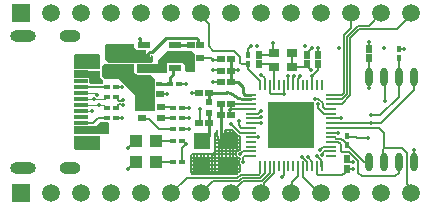
<source format=gtl>
G04*
G04 #@! TF.GenerationSoftware,Altium Limited,Altium Designer,21.0.8 (223)*
G04*
G04 Layer_Physical_Order=1*
G04 Layer_Color=255*
%FSLAX25Y25*%
%MOIN*%
G70*
G04*
G04 #@! TF.SameCoordinates,8808BF78-C309-42CA-8E72-27723A8412DA*
G04*
G04*
G04 #@! TF.FilePolarity,Positive*
G04*
G01*
G75*
%ADD12C,0.01000*%
%ADD16R,0.04331X0.03937*%
%ADD17R,0.01968X0.01772*%
%ADD18R,0.03150X0.01968*%
%ADD19O,0.02362X0.06299*%
%ADD20R,0.05315X0.05315*%
%ADD21R,0.05315X0.05315*%
%ADD22R,0.02126X0.01890*%
%ADD23R,0.02500X0.01900*%
%ADD24R,0.03543X0.03150*%
%ADD25R,0.01900X0.02500*%
%ADD26R,0.01772X0.01968*%
%ADD27R,0.04528X0.01181*%
%ADD28O,0.03347X0.00787*%
%ADD29O,0.00787X0.03347*%
%ADD30R,0.15748X0.15748*%
%ADD31R,0.04134X0.02362*%
%ADD32R,0.08268X0.03543*%
%ADD54C,0.00800*%
%ADD55C,0.00850*%
%ADD56C,0.00700*%
%ADD57C,0.00500*%
%ADD58C,0.00400*%
%ADD59C,0.05906*%
%ADD60R,0.05906X0.05906*%
%ADD61O,0.08661X0.03937*%
%ADD62O,0.07087X0.03937*%
%ADD63C,0.01400*%
%ADD64C,0.01968*%
G36*
X42700Y53600D02*
X43317Y52983D01*
Y52659D01*
X43641D01*
X43700Y52600D01*
X46436D01*
X46620Y52100D01*
X46503Y51924D01*
X46433Y51573D01*
Y51561D01*
X46289Y51418D01*
X45783D01*
X45432Y51348D01*
X45135Y51149D01*
X44936Y50851D01*
X44866Y50500D01*
X44936Y50149D01*
X45135Y49851D01*
X45432Y49652D01*
X45783Y49582D01*
X46669D01*
X47020Y49652D01*
X47318Y49851D01*
X47999Y50532D01*
X48198Y50830D01*
X48241Y51044D01*
X48570Y51130D01*
X49000Y50816D01*
Y49100D01*
X48333Y48433D01*
X43500D01*
X43194Y48306D01*
X42806Y48306D01*
X42500Y48433D01*
X34367D01*
X33000Y49800D01*
Y54500D01*
X33200Y54700D01*
X42700D01*
Y53600D01*
D02*
G37*
G36*
X31300Y51066D02*
Y46566D01*
X31000Y46266D01*
X22500D01*
Y50966D01*
X23000Y51466D01*
X30900Y51466D01*
X31300Y51066D01*
D02*
G37*
G36*
X63000Y51500D02*
Y51350D01*
X62950D01*
Y48650D01*
X63000D01*
Y45500D01*
X60000D01*
X59500Y46000D01*
Y47500D01*
X58867Y48500D01*
X53500Y48500D01*
Y45000D01*
X43500D01*
Y48000D01*
X50500D01*
Y49500D01*
X53500Y52500D01*
X62000D01*
X63000Y51500D01*
D02*
G37*
G36*
X31300Y45633D02*
Y43600D01*
X32100Y42800D01*
Y41300D01*
X28200D01*
X27500Y42000D01*
Y43100D01*
X27424Y43176D01*
Y43313D01*
X27287D01*
X27100Y43500D01*
X22500D01*
Y45833D01*
X31000D01*
X31300Y45633D01*
D02*
G37*
G36*
X42500Y45500D02*
X43114Y44886D01*
X43194Y44694D01*
X43385Y44614D01*
X43500Y44500D01*
X48000D01*
X49500Y43000D01*
Y39350D01*
X49450D01*
Y36650D01*
X49500D01*
Y32500D01*
X43000D01*
Y37500D01*
X39472Y41028D01*
X39432Y41123D01*
X39123Y41432D01*
X39028Y41472D01*
X37500Y43000D01*
X33000D01*
X32000Y44000D01*
Y47500D01*
X33000Y48000D01*
X42500D01*
Y45500D01*
D02*
G37*
G36*
X34100Y28300D02*
Y24900D01*
X33800Y24600D01*
X22500D01*
Y27500D01*
X30000D01*
X31100Y28600D01*
X33800D01*
X34100Y28300D01*
D02*
G37*
G36*
X31300Y19800D02*
X30900Y19400D01*
X23000Y19400D01*
X22500Y19900D01*
Y24167D01*
X31300D01*
Y19800D01*
D02*
G37*
D12*
X71600Y24365D02*
G03*
X73732Y22232I2132J0D01*
G01*
X44500Y54921D02*
X45181Y54240D01*
X44500Y54921D02*
Y56500D01*
X45181Y54240D02*
X45783D01*
X71600Y30900D02*
Y34700D01*
Y24365D02*
Y30900D01*
X74800Y45800D02*
Y49600D01*
X78900Y38409D02*
Y40351D01*
X79486Y37823D02*
X81428D01*
X78900Y38409D02*
X79486Y37823D01*
X77251Y42000D02*
X78900Y40351D01*
X74800Y42000D02*
X77251D01*
X74800D02*
Y45800D01*
X54524Y43524D02*
X55664Y44664D01*
Y46208D02*
X56217Y46760D01*
X55664Y44664D02*
Y46208D01*
X54524Y41500D02*
Y43524D01*
X50976Y41500D02*
X54524D01*
X63993Y54950D02*
Y56214D01*
X53300Y56800D02*
X63407D01*
X64443Y54500D02*
X64600D01*
X63993Y54950D02*
X64443Y54500D01*
X63407Y56800D02*
X63993Y56214D01*
X48659Y52159D02*
X53300Y56800D01*
X47936Y52159D02*
X48659D01*
X47350Y51573D02*
X47936Y52159D01*
X47350Y51181D02*
Y51573D01*
X46669Y50500D02*
X47350Y51181D01*
X45783Y50500D02*
X46669D01*
X56217Y54240D02*
X61140D01*
X61400Y54500D01*
X61100Y50000D02*
X61400D01*
X60600Y50500D02*
X61100Y50000D01*
D16*
X43154Y15500D02*
D03*
X49846D02*
D03*
X43154Y22500D02*
D03*
X49846D02*
D03*
D17*
X58476Y15500D02*
D03*
X55524D02*
D03*
X58476Y22500D02*
D03*
X55524D02*
D03*
X58476Y26500D02*
D03*
X55524D02*
D03*
X58476Y33500D02*
D03*
X55524D02*
D03*
X58476Y30000D02*
D03*
X55524D02*
D03*
X33524Y40500D02*
D03*
X36476D02*
D03*
X33524Y30000D02*
D03*
X36476D02*
D03*
X33524Y37000D02*
D03*
X36476D02*
D03*
X33524Y33500D02*
D03*
X36476D02*
D03*
X50976Y41500D02*
D03*
X48024D02*
D03*
X57476D02*
D03*
X54524D02*
D03*
D18*
X51650Y30228D02*
D03*
Y33772D02*
D03*
X45350D02*
D03*
Y30228D02*
D03*
D19*
X135900Y43872D02*
D03*
X130900D02*
D03*
X125900D02*
D03*
X120900D02*
D03*
X135900Y15328D02*
D03*
X130900D02*
D03*
X125900D02*
D03*
X120900D02*
D03*
D20*
X65268Y13768D02*
D03*
X73732Y22232D02*
D03*
D21*
X65268D02*
D03*
X73732Y13768D02*
D03*
D22*
X67500Y35232D02*
D03*
Y31768D02*
D03*
D23*
Y28500D02*
D03*
X64300D02*
D03*
X67500Y38500D02*
D03*
X64300D02*
D03*
X61400Y54500D02*
D03*
X64600D02*
D03*
X47900Y38000D02*
D03*
X51100D02*
D03*
X61400Y50000D02*
D03*
X64600D02*
D03*
X74800Y49600D02*
D03*
X71600D02*
D03*
X74800Y45800D02*
D03*
X71600D02*
D03*
X74800Y42000D02*
D03*
X71600D02*
D03*
X74800Y30900D02*
D03*
X71600D02*
D03*
X74800Y34700D02*
D03*
X71600D02*
D03*
D24*
X95153Y47138D02*
D03*
Y51862D02*
D03*
X89247D02*
D03*
Y47138D02*
D03*
D25*
X100200Y47900D02*
D03*
Y51100D02*
D03*
X84200Y47900D02*
D03*
Y51100D02*
D03*
X121000Y49900D02*
D03*
Y53100D02*
D03*
X104000Y47900D02*
D03*
Y51100D02*
D03*
X113400Y13100D02*
D03*
Y16300D02*
D03*
D26*
X80500Y50976D02*
D03*
Y48024D02*
D03*
X113700Y23976D02*
D03*
Y21024D02*
D03*
X131000Y52976D02*
D03*
Y50024D02*
D03*
D27*
X24760Y48425D02*
D03*
Y42323D02*
D03*
Y40354D02*
D03*
Y36417D02*
D03*
Y44291D02*
D03*
Y45276D02*
D03*
Y47441D02*
D03*
Y38386D02*
D03*
Y22441D02*
D03*
Y28543D02*
D03*
Y30512D02*
D03*
Y34449D02*
D03*
Y26575D02*
D03*
Y25591D02*
D03*
Y23425D02*
D03*
Y32480D02*
D03*
D28*
X81428Y37823D02*
D03*
Y36248D02*
D03*
Y34673D02*
D03*
Y33098D02*
D03*
Y31524D02*
D03*
Y29949D02*
D03*
Y28374D02*
D03*
Y26799D02*
D03*
Y25224D02*
D03*
Y23650D02*
D03*
Y22075D02*
D03*
Y20500D02*
D03*
Y18925D02*
D03*
Y17350D02*
D03*
X108200D02*
D03*
Y18925D02*
D03*
Y20500D02*
D03*
Y22075D02*
D03*
Y23650D02*
D03*
Y25224D02*
D03*
Y26799D02*
D03*
Y28374D02*
D03*
Y29949D02*
D03*
Y31524D02*
D03*
Y33098D02*
D03*
Y34673D02*
D03*
Y36248D02*
D03*
Y37823D02*
D03*
D29*
X84578Y14201D02*
D03*
X86153D02*
D03*
X87728D02*
D03*
X89302D02*
D03*
X90877D02*
D03*
X92452D02*
D03*
X94027D02*
D03*
X95602D02*
D03*
X97176D02*
D03*
X98751D02*
D03*
X100326D02*
D03*
X101901D02*
D03*
X103476D02*
D03*
X105050D02*
D03*
Y40972D02*
D03*
X103476D02*
D03*
X101901D02*
D03*
X100326D02*
D03*
X98751D02*
D03*
X97176D02*
D03*
X95602D02*
D03*
X94027D02*
D03*
X92452D02*
D03*
X90877D02*
D03*
X89302D02*
D03*
X87728D02*
D03*
X86153D02*
D03*
X84578D02*
D03*
D30*
X94814Y27587D02*
D03*
D31*
X56217Y54240D02*
D03*
Y50500D02*
D03*
Y46760D02*
D03*
X45783D02*
D03*
Y50500D02*
D03*
Y54240D02*
D03*
D32*
X37500Y45654D02*
D03*
Y52346D02*
D03*
D54*
X76927Y24376D02*
G03*
X77776Y24024I848J848D01*
G01*
X76927Y24376D02*
G03*
X77776Y24024I848J848D01*
G01*
X72900Y24365D02*
G03*
X73732Y23532I832J0D01*
G01*
X75032Y22232D02*
G03*
X73732Y23532I-1300J0D01*
G01*
Y20932D02*
G03*
X75032Y22232I0J1300D01*
G01*
X70300Y24365D02*
G03*
X73732Y20932I3432J0D01*
G01*
X77776Y19483D02*
G03*
X77776Y16517I224J-1483D01*
G01*
Y16366D02*
G03*
X77776Y14634I1224J-867D01*
G01*
Y12307D02*
G03*
X77276Y12013I313J-1106D01*
G01*
X77776Y12307D02*
G03*
X77273Y12011I313J-1106D01*
G01*
X70300Y25827D02*
G03*
X69500Y24500I700J-1327D01*
G01*
X69000Y18000D02*
G03*
X69500Y18500I0J500D01*
G01*
X62000Y18000D02*
G03*
X61500Y17500I0J-500D01*
G01*
Y12500D02*
G03*
X61835Y11250I2500J0D01*
G01*
X75303Y26000D02*
X76927Y24376D01*
X72900Y26000D02*
X75303D01*
X72900Y25200D02*
X76103D01*
X74902Y22800D02*
X77776D01*
X72984Y24000D02*
X77776D01*
X74868Y21600D02*
X77776D01*
X73200Y23725D02*
Y26000D01*
X74400Y23348D02*
Y26000D01*
X72900Y24365D02*
Y26000D01*
X77776Y19483D02*
Y24024D01*
Y12307D02*
Y14634D01*
X76512Y11250D02*
X77273Y12011D01*
X76800Y18900D02*
Y24503D01*
X75600Y11250D02*
Y25703D01*
X70800Y11250D02*
Y22581D01*
X72000Y11250D02*
Y21402D01*
X76800Y11538D02*
Y17100D01*
X74400Y11250D02*
Y21117D01*
X73200Y11250D02*
Y20974D01*
X69500Y21600D02*
X71698D01*
X69500Y20400D02*
X77776D01*
X69500Y24000D02*
X70319D01*
X69500Y22800D02*
X70677D01*
X69500Y19200D02*
X77100D01*
X69000Y18000D02*
X76500D01*
X61500Y16800D02*
X77100D01*
X69673Y25200D02*
X70300D01*
Y24365D02*
Y25827D01*
X69500Y18500D02*
Y24500D01*
X62000Y18000D02*
X69000D01*
X68400Y11250D02*
Y18000D01*
X69600Y11250D02*
Y25038D01*
X61500Y15600D02*
X77503D01*
X61500Y14400D02*
X77776D01*
X61550Y12000D02*
X77262D01*
X61835Y11250D02*
X76512D01*
X61500Y13200D02*
X77776D01*
X64800Y11250D02*
Y18000D01*
X66000Y11250D02*
Y18000D01*
X62400Y11250D02*
Y18000D01*
X63600Y11250D02*
Y18000D01*
X67200Y11250D02*
Y18000D01*
X61500Y12500D02*
Y17500D01*
X58476Y19990D02*
X59993Y21507D01*
X58962Y22014D02*
X59324D01*
X58476Y15500D02*
Y19990D01*
X59324Y22014D02*
X59716Y21622D01*
X59878D02*
X59993Y21507D01*
X59716Y21622D02*
X59878D01*
X58476Y22500D02*
X58962Y22014D01*
X83838Y23500D02*
X84000D01*
X83688Y23650D02*
X83838Y23500D01*
X81428Y23652D02*
X83965D01*
X81428Y23650D02*
Y23652D01*
X78363Y26799D02*
X81428D01*
X74701Y32856D02*
Y33098D01*
Y30999D02*
Y32856D01*
X49846Y15500D02*
X55524D01*
X49846Y22500D02*
X55524D01*
X58476Y26500D02*
X61000D01*
X58476Y30000D02*
X61000D01*
X75000Y28000D02*
X77776Y25224D01*
X81428D01*
X77500Y27662D02*
X78363Y26799D01*
X77500Y27662D02*
Y29000D01*
X58476Y33500D02*
X61013D01*
X75173Y34673D02*
X81428D01*
X74902Y33098D02*
Y34598D01*
X74800Y34700D02*
X74902Y34598D01*
Y33098D02*
X81428D01*
X45350Y30228D02*
X45718Y29861D01*
X47639D02*
X51000Y26500D01*
X45718Y29861D02*
X47639D01*
X51000Y26500D02*
X55524D01*
X55295Y30228D02*
X55524Y30000D01*
X51650Y30228D02*
X55295D01*
X55252Y33772D02*
X55524Y33500D01*
X51650Y33772D02*
X55252D01*
X74701Y30999D02*
X74800Y30900D01*
D55*
X76000Y37500D02*
G03*
X73586Y38500I-2414J-2414D01*
G01*
X76000Y37500D02*
G03*
X79023Y36248I3022J3022D01*
G01*
X65268Y22232D02*
X65518Y21982D01*
X67500Y28122D02*
Y28500D01*
Y23965D02*
Y28122D01*
X65518Y21982D02*
X67500Y23965D01*
Y38500D02*
X73586D01*
X67500Y35232D02*
Y38500D01*
X79023Y36248D02*
X81428D01*
X67500Y28500D02*
Y31768D01*
D56*
X105438Y33882D02*
X106221Y33098D01*
X108200D01*
X105438Y33882D02*
Y35002D01*
X105824Y31540D02*
X108183D01*
X103922Y33443D02*
Y34468D01*
Y33443D02*
X105824Y31540D01*
X103788Y34602D02*
X103922Y34468D01*
X103046Y36404D02*
X104037D01*
X105438Y35002D01*
X102912Y36538D02*
X103046Y36404D01*
X108183Y31540D02*
X108200Y31524D01*
X104689Y19551D02*
X105656Y20517D01*
X104500Y19551D02*
X104689D01*
X105656Y20517D02*
X108183D01*
X105280Y17771D02*
X105413Y17905D01*
Y18318D02*
X106020Y18925D01*
X105413Y17905D02*
Y18318D01*
X106020Y18925D02*
X108200D01*
X124848Y28500D02*
X135900Y39551D01*
X121500Y28500D02*
X124848D01*
X121391Y28391D02*
X121500Y28500D01*
X108217Y28391D02*
X121391D01*
X108200Y28374D02*
X108217Y28391D01*
X121500Y31000D02*
X124700D01*
X130900Y37200D01*
X116811Y23500D02*
X120500D01*
X103500Y17500D02*
X105034Y15966D01*
Y14218D02*
X105050Y14201D01*
X105034Y14218D02*
Y15966D01*
X108200Y29949D02*
X111449D01*
X111500Y30000D01*
X100200Y51100D02*
X100800Y51700D01*
Y52551D01*
X101770Y53521D01*
X95153Y47138D02*
X99638D01*
X100000Y47500D01*
X100800Y46760D02*
Y47000D01*
X101500Y46000D02*
Y46060D01*
X100000Y47500D02*
X100300D01*
X100800Y47000D01*
Y46760D02*
X101500Y46060D01*
X131000Y52976D02*
X131012Y52988D01*
X132488D01*
X132500Y53000D01*
X116447Y23863D02*
X116811Y23500D01*
X113813Y23863D02*
X116447D01*
X108183Y20517D02*
X108200Y20500D01*
X110311Y25000D02*
X110500D01*
X109503Y23650D02*
X109934Y23219D01*
X108200Y23650D02*
X109503D01*
X110103Y25208D02*
X110311Y25000D01*
X108217Y25208D02*
X110103D01*
X108200Y25224D02*
X108217Y25208D01*
X112580Y22242D02*
X113700Y21122D01*
X112504Y22242D02*
X112580D01*
X111527Y23219D02*
X112504Y22242D01*
X109934Y23219D02*
X111527D01*
X64500Y28700D02*
Y33000D01*
X64300Y28500D02*
X64500Y28700D01*
X135950Y15378D02*
Y19450D01*
X135900Y15328D02*
X135950Y15378D01*
Y19450D02*
X136000Y19500D01*
X87728Y38410D02*
Y40972D01*
X88138Y38000D02*
X92500D01*
X87728Y38410D02*
X88138Y38000D01*
X51100D02*
X53500D01*
X57476Y41500D02*
X60000D01*
X62000Y38500D02*
X64300D01*
X64600Y50000D02*
X68311D01*
X68811Y49500D01*
X69000D01*
X71500D01*
X71600Y49600D01*
X71400Y46000D02*
X71600Y45800D01*
X69000Y46000D02*
X71400D01*
X69000Y42000D02*
X71600D01*
X74800Y45800D02*
X74940Y45939D01*
X77064D01*
X77124Y46000D01*
X80500Y50976D02*
Y53000D01*
X81500Y54000D01*
X84200Y51100D02*
X88485D01*
X89247Y51862D01*
X89000Y52109D02*
Y55000D01*
Y52109D02*
X89247Y51862D01*
X104000Y51100D02*
Y53500D01*
X95153Y47138D02*
Y51862D01*
X101901Y43901D02*
X104000Y46000D01*
Y47900D01*
X101901Y40972D02*
Y43901D01*
X92452Y39669D02*
X92500Y39621D01*
Y38000D02*
Y39621D01*
X92452Y39669D02*
Y40972D01*
X121000Y53100D02*
Y55500D01*
X112000Y11000D02*
X112800Y11800D01*
Y12500D02*
X113400Y13100D01*
X112800Y11800D02*
Y12500D01*
X104000Y11000D02*
X112000D01*
X103476Y11524D02*
Y14201D01*
Y11524D02*
X104000Y11000D01*
X92452Y12898D02*
X92500Y12850D01*
X92452Y12898D02*
Y14201D01*
X92500Y11000D02*
Y12850D01*
X92000Y10500D02*
X92500Y11000D01*
X98000Y43949D02*
Y44000D01*
X97176Y40972D02*
Y43126D01*
X98000Y43949D01*
X96000Y43811D02*
Y44000D01*
X95602Y40972D02*
Y43412D01*
X96000Y43811D01*
X94000Y44000D02*
X94027Y43973D01*
Y40972D02*
Y43973D01*
X86153Y40972D02*
Y43347D01*
X85000Y44500D02*
X86153Y43347D01*
X68910Y52500D02*
X76000D01*
X67500Y53910D02*
Y61487D01*
Y53910D02*
X68910Y52500D01*
X78000Y48434D02*
Y50500D01*
X76000Y52500D02*
X78000Y50500D01*
X78410Y48024D02*
X80500D01*
X78000Y48434D02*
X78410Y48024D01*
X65000Y63987D02*
X67500Y61487D01*
X65000Y63987D02*
Y65000D01*
X82546Y44284D02*
X84578Y42252D01*
X82516Y44284D02*
X82546D01*
X80500Y46300D02*
Y48122D01*
X84578Y40972D02*
Y42252D01*
X83973Y31524D02*
X84949Y32500D01*
X81428Y31524D02*
X83973D01*
X84949Y32500D02*
X85000D01*
X84259Y29949D02*
X84811Y30500D01*
X85000D01*
X81428Y29949D02*
X84259D01*
X81428Y28374D02*
X84874D01*
X85000Y28500D01*
X79000Y16940D02*
X79410Y17350D01*
X79000Y15500D02*
Y16940D01*
X79410Y17350D02*
X81428D01*
X78000Y18000D02*
X78925Y18925D01*
X81428D01*
X85948Y8313D02*
X89302Y11668D01*
Y14201D01*
X85000Y5000D02*
X85948Y5948D01*
Y8313D01*
X87728Y11648D02*
Y14201D01*
X85079Y9000D02*
X87728Y11648D01*
X79000Y9000D02*
X85079D01*
X78544Y10100D02*
X84623D01*
X86153Y11629D01*
Y14201D01*
X60100Y10100D02*
X76989D01*
X78089Y11200D01*
X84168D01*
X69000Y9000D02*
X77444D01*
X78544Y10100D01*
X84578Y11610D02*
Y14201D01*
X84168Y11200D02*
X84578Y11610D01*
X55000Y5000D02*
X60100Y10100D01*
X75000Y5000D02*
X79000Y9000D01*
X65000Y5000D02*
X69000Y9000D01*
X95000Y5000D02*
X95093Y5093D01*
Y8593D02*
X97176Y10676D01*
X95093Y5093D02*
Y8593D01*
X97176Y10676D02*
Y14201D01*
X99161Y10000D02*
Y10000D01*
X104161Y5000D02*
X105000D01*
X99161Y10000D02*
X104161Y5000D01*
X98751Y10410D02*
Y14201D01*
Y10410D02*
X99161Y10000D01*
X112500Y38556D02*
Y57611D01*
X115000Y60111D02*
Y65000D01*
X112500Y57611D02*
X115000Y60111D01*
X114700Y37644D02*
Y56700D01*
X108200Y34673D02*
X111729D01*
X114700Y37644D01*
Y56700D02*
X117700Y59700D01*
X113600Y57156D02*
X117244Y60800D01*
X113600Y38100D02*
Y57156D01*
X111748Y36248D02*
X113600Y38100D01*
X117244Y60800D02*
X120800D01*
X117700Y59700D02*
X130300D01*
X108200Y37823D02*
X111767D01*
X112500Y38556D01*
X108200Y36248D02*
X111748D01*
X135000Y64400D02*
Y65000D01*
X130300Y59700D02*
X135000Y64400D01*
X120800Y60800D02*
X125000Y65000D01*
X130900Y49924D02*
X131000Y50024D01*
X130900Y43872D02*
Y49924D01*
X113700Y21024D02*
Y21122D01*
X108200Y26799D02*
X124201D01*
X126000Y25000D01*
X126100Y35700D02*
Y43672D01*
X125900Y43872D02*
X126100Y43672D01*
X130900Y37200D02*
Y43872D01*
X121000Y40289D02*
Y49900D01*
X120865Y40154D02*
X121000Y40289D01*
X120865Y39965D02*
Y40154D01*
X113400Y16000D02*
Y16300D01*
Y16000D02*
X114000Y15400D01*
X115500D01*
X130900Y11800D02*
Y15328D01*
X129700Y10600D02*
X130900Y11800D01*
X118510Y10600D02*
X129700D01*
X113700Y23976D02*
X113813Y23863D01*
X135900Y39551D02*
Y43872D01*
X126000Y19900D02*
Y25000D01*
X125590Y19490D02*
X126000Y19900D01*
X125590Y18065D02*
Y19490D01*
Y18065D02*
X125900Y17755D01*
Y15328D02*
Y17755D01*
X119055Y15545D02*
X120089D01*
X114236Y20364D02*
X119055Y15545D01*
X114236Y20364D02*
Y20488D01*
X113700Y21024D02*
X114236Y20488D01*
X117369Y11741D02*
X118510Y10600D01*
X117369Y11741D02*
Y15591D01*
X114264Y18697D02*
X117369Y15591D01*
X111836Y18697D02*
X114264D01*
X111426Y19107D02*
X111836Y18697D01*
X111426Y19107D02*
Y21274D01*
X110625Y22075D02*
X111426Y21274D01*
X108200Y22075D02*
X110625D01*
X113400Y13100D02*
X115500D01*
X126000Y19900D02*
X131900D01*
X133500Y18300D01*
Y7909D02*
Y18300D01*
X135000Y5000D02*
Y6409D01*
X133500Y7909D02*
X135000Y6409D01*
X41338Y13882D02*
X42957Y15500D01*
X41338Y13760D02*
Y13882D01*
X40600Y13022D02*
X41338Y13760D01*
X42957Y15500D02*
X43154D01*
X40600Y13000D02*
Y13022D01*
X41338Y20881D02*
X42957Y22500D01*
X41338Y20685D02*
Y20881D01*
X40600Y19900D02*
Y19947D01*
X42957Y22500D02*
X43154D01*
X40600Y19947D02*
X41338Y20685D01*
X84200Y47900D02*
X88485D01*
X89247Y47138D01*
Y42331D02*
X89302Y42276D01*
X89247Y42331D02*
Y47138D01*
X89302Y40972D02*
Y42276D01*
X80500Y46300D02*
X82516Y44284D01*
X36476Y30000D02*
X38500D01*
X36476Y40500D02*
X38500D01*
X24760Y40354D02*
X24905Y40500D01*
X33524D01*
X30500Y30000D02*
X33524D01*
X24760Y28543D02*
X29043D01*
X30500Y30000D01*
D57*
X100326Y14201D02*
Y15403D01*
X100193Y15535D02*
X100326Y15403D01*
X100172Y15535D02*
X100193D01*
X98707Y17000D02*
X100172Y15535D01*
X98500Y17000D02*
X98707D01*
X101901Y14201D02*
Y15558D01*
X100558Y16901D02*
X101901Y15558D01*
X100558Y16901D02*
Y17058D01*
X37211Y34457D02*
X37503Y34750D01*
X38357D01*
X36575Y33500D02*
X37211Y34136D01*
Y34457D01*
X36476Y33500D02*
X36575D01*
Y37000D02*
X37211Y36364D01*
X36476Y37000D02*
X36575D01*
X37211Y36043D02*
Y36364D01*
Y36043D02*
X37503Y35750D01*
X38357D01*
D58*
X24760Y34449D02*
X32505D01*
X30222Y37800D02*
X30370D01*
X24760Y38386D02*
X29636D01*
X30222Y37800D01*
X24760Y36417D02*
X29246D01*
X29336Y36327D01*
X29322Y36417D02*
X29405Y36500D01*
X33024D01*
X33524Y37000D01*
X24760Y32480D02*
X28480D01*
X28500Y32500D01*
X32739Y34186D02*
Y34214D01*
X33425Y33500D02*
X33524D01*
X32505Y34449D02*
X32739Y34214D01*
Y34186D02*
X33425Y33500D01*
D59*
X135000Y5000D02*
D03*
X125000D02*
D03*
X115000D02*
D03*
X105000D02*
D03*
X95000D02*
D03*
X85000D02*
D03*
X75000D02*
D03*
X65000D02*
D03*
X55000D02*
D03*
X45000D02*
D03*
X35000D02*
D03*
X25000D02*
D03*
X15000D02*
D03*
X135000Y65000D02*
D03*
X125000D02*
D03*
X115000D02*
D03*
X105000D02*
D03*
X95000D02*
D03*
X85000D02*
D03*
X75000D02*
D03*
X65000D02*
D03*
X55000D02*
D03*
X45000D02*
D03*
X35000D02*
D03*
X25000D02*
D03*
X15000D02*
D03*
D60*
X5000Y5000D02*
D03*
Y65000D02*
D03*
D61*
X5626Y13484D02*
D03*
Y57382D02*
D03*
D62*
X21374Y13484D02*
D03*
Y57382D02*
D03*
D63*
X103788Y34602D02*
D03*
X102912Y36538D02*
D03*
X104500Y19551D02*
D03*
X105280Y17771D02*
D03*
X121500Y28500D02*
D03*
Y31000D02*
D03*
X120500Y23500D02*
D03*
X125760Y53500D02*
D03*
X103500Y17500D02*
D03*
X111000Y53500D02*
D03*
X111500Y30000D02*
D03*
X99500Y54000D02*
D03*
X101770Y53521D02*
D03*
X101500Y46000D02*
D03*
X83500Y54000D02*
D03*
X132500Y53000D02*
D03*
X100558Y17058D02*
D03*
X98500Y17000D02*
D03*
X110500Y25000D02*
D03*
X59993Y21507D02*
D03*
X64500Y33000D02*
D03*
X44500Y56500D02*
D03*
X136000Y19500D02*
D03*
X74500Y18000D02*
D03*
X69500Y12000D02*
D03*
X69353Y18146D02*
D03*
X53500Y38000D02*
D03*
X62000Y38500D02*
D03*
X60000Y41500D02*
D03*
X69000Y42000D02*
D03*
Y46000D02*
D03*
Y49500D02*
D03*
X77124Y46000D02*
D03*
X81500Y54000D02*
D03*
X89000Y55000D02*
D03*
X104000Y53500D02*
D03*
X101901Y43901D02*
D03*
X92500Y38000D02*
D03*
X121000Y55500D02*
D03*
X92000Y10500D02*
D03*
X98000Y44000D02*
D03*
X96000D02*
D03*
X94000D02*
D03*
X85000Y44500D02*
D03*
Y32500D02*
D03*
Y30500D02*
D03*
Y28500D02*
D03*
X78000Y18000D02*
D03*
X79000Y15500D02*
D03*
X39000Y34350D02*
D03*
Y36150D02*
D03*
X126100Y35700D02*
D03*
X120865Y39965D02*
D03*
X115500Y15400D02*
D03*
Y13100D02*
D03*
X40600Y19900D02*
D03*
Y13000D02*
D03*
X30400Y45000D02*
D03*
X28600Y42200D02*
D03*
X31100D02*
D03*
X30200Y47566D02*
D03*
Y49066D02*
D03*
Y50566D02*
D03*
X31700Y26600D02*
D03*
X33200Y25500D02*
D03*
Y27700D02*
D03*
X30200Y20300D02*
D03*
Y21800D02*
D03*
Y23300D02*
D03*
X38500Y40500D02*
D03*
Y30000D02*
D03*
X83965Y23652D02*
D03*
X30370Y37800D02*
D03*
X29336Y36327D02*
D03*
X31000Y34500D02*
D03*
X28500Y32500D02*
D03*
X43000Y43500D02*
D03*
X44500Y42000D02*
D03*
X40500Y41500D02*
D03*
X42000Y40000D02*
D03*
X51500Y46000D02*
D03*
X62000Y46500D02*
D03*
X60500D02*
D03*
X61000Y26500D02*
D03*
Y30000D02*
D03*
X75000Y28000D02*
D03*
X77500Y29000D02*
D03*
X61013Y33500D02*
D03*
X74701Y32856D02*
D03*
D64*
X88318Y34083D02*
D03*
X92649D02*
D03*
X96979D02*
D03*
X101310D02*
D03*
X88318Y29752D02*
D03*
X92649D02*
D03*
X96979D02*
D03*
X101310D02*
D03*
X88318Y25421D02*
D03*
X92649D02*
D03*
X96979D02*
D03*
X101310D02*
D03*
X88318Y21091D02*
D03*
X92649D02*
D03*
X96979D02*
D03*
X101310D02*
D03*
M02*

</source>
